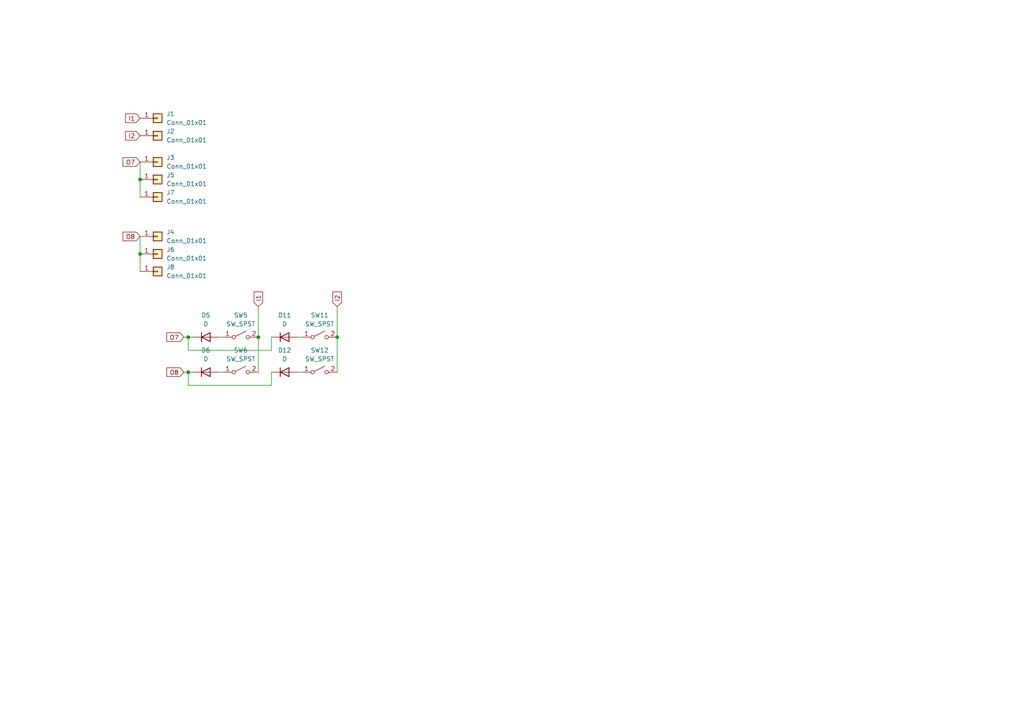
<source format=kicad_sch>
(kicad_sch
	(version 20250114)
	(generator "eeschema")
	(generator_version "9.0")
	(uuid "cc1c49af-ef8b-4c94-86ef-fbc5035f4c13")
	(paper "A4")
	(lib_symbols
		(symbol "Connector_Generic:Conn_01x01"
			(pin_names
				(offset 1.016)
				(hide yes)
			)
			(exclude_from_sim no)
			(in_bom yes)
			(on_board yes)
			(property "Reference" "J"
				(at 0 2.54 0)
				(effects
					(font
						(size 1.27 1.27)
					)
				)
			)
			(property "Value" "Conn_01x01"
				(at 0 -2.54 0)
				(effects
					(font
						(size 1.27 1.27)
					)
				)
			)
			(property "Footprint" ""
				(at 0 0 0)
				(effects
					(font
						(size 1.27 1.27)
					)
					(hide yes)
				)
			)
			(property "Datasheet" "~"
				(at 0 0 0)
				(effects
					(font
						(size 1.27 1.27)
					)
					(hide yes)
				)
			)
			(property "Description" "Generic connector, single row, 01x01, script generated (kicad-library-utils/schlib/autogen/connector/)"
				(at 0 0 0)
				(effects
					(font
						(size 1.27 1.27)
					)
					(hide yes)
				)
			)
			(property "ki_keywords" "connector"
				(at 0 0 0)
				(effects
					(font
						(size 1.27 1.27)
					)
					(hide yes)
				)
			)
			(property "ki_fp_filters" "Connector*:*_1x??_*"
				(at 0 0 0)
				(effects
					(font
						(size 1.27 1.27)
					)
					(hide yes)
				)
			)
			(symbol "Conn_01x01_1_1"
				(rectangle
					(start -1.27 1.27)
					(end 1.27 -1.27)
					(stroke
						(width 0.254)
						(type default)
					)
					(fill
						(type background)
					)
				)
				(rectangle
					(start -1.27 0.127)
					(end 0 -0.127)
					(stroke
						(width 0.1524)
						(type default)
					)
					(fill
						(type none)
					)
				)
				(pin passive line
					(at -5.08 0 0)
					(length 3.81)
					(name "Pin_1"
						(effects
							(font
								(size 1.27 1.27)
							)
						)
					)
					(number "1"
						(effects
							(font
								(size 1.27 1.27)
							)
						)
					)
				)
			)
			(embedded_fonts no)
		)
		(symbol "Device:D"
			(pin_numbers
				(hide yes)
			)
			(pin_names
				(offset 1.016)
				(hide yes)
			)
			(exclude_from_sim no)
			(in_bom yes)
			(on_board yes)
			(property "Reference" "D"
				(at 0 2.54 0)
				(effects
					(font
						(size 1.27 1.27)
					)
				)
			)
			(property "Value" "D"
				(at 0 -2.54 0)
				(effects
					(font
						(size 1.27 1.27)
					)
				)
			)
			(property "Footprint" ""
				(at 0 0 0)
				(effects
					(font
						(size 1.27 1.27)
					)
					(hide yes)
				)
			)
			(property "Datasheet" "~"
				(at 0 0 0)
				(effects
					(font
						(size 1.27 1.27)
					)
					(hide yes)
				)
			)
			(property "Description" "Diode"
				(at 0 0 0)
				(effects
					(font
						(size 1.27 1.27)
					)
					(hide yes)
				)
			)
			(property "Sim.Device" "D"
				(at 0 0 0)
				(effects
					(font
						(size 1.27 1.27)
					)
					(hide yes)
				)
			)
			(property "Sim.Pins" "1=K 2=A"
				(at 0 0 0)
				(effects
					(font
						(size 1.27 1.27)
					)
					(hide yes)
				)
			)
			(property "ki_keywords" "diode"
				(at 0 0 0)
				(effects
					(font
						(size 1.27 1.27)
					)
					(hide yes)
				)
			)
			(property "ki_fp_filters" "TO-???* *_Diode_* *SingleDiode* D_*"
				(at 0 0 0)
				(effects
					(font
						(size 1.27 1.27)
					)
					(hide yes)
				)
			)
			(symbol "D_0_1"
				(polyline
					(pts
						(xy -1.27 1.27) (xy -1.27 -1.27)
					)
					(stroke
						(width 0.254)
						(type default)
					)
					(fill
						(type none)
					)
				)
				(polyline
					(pts
						(xy 1.27 1.27) (xy 1.27 -1.27) (xy -1.27 0) (xy 1.27 1.27)
					)
					(stroke
						(width 0.254)
						(type default)
					)
					(fill
						(type none)
					)
				)
				(polyline
					(pts
						(xy 1.27 0) (xy -1.27 0)
					)
					(stroke
						(width 0)
						(type default)
					)
					(fill
						(type none)
					)
				)
			)
			(symbol "D_1_1"
				(pin passive line
					(at -3.81 0 0)
					(length 2.54)
					(name "K"
						(effects
							(font
								(size 1.27 1.27)
							)
						)
					)
					(number "1"
						(effects
							(font
								(size 1.27 1.27)
							)
						)
					)
				)
				(pin passive line
					(at 3.81 0 180)
					(length 2.54)
					(name "A"
						(effects
							(font
								(size 1.27 1.27)
							)
						)
					)
					(number "2"
						(effects
							(font
								(size 1.27 1.27)
							)
						)
					)
				)
			)
			(embedded_fonts no)
		)
		(symbol "Switch:SW_SPST"
			(pin_names
				(offset 0)
				(hide yes)
			)
			(exclude_from_sim no)
			(in_bom yes)
			(on_board yes)
			(property "Reference" "SW"
				(at 0 3.175 0)
				(effects
					(font
						(size 1.27 1.27)
					)
				)
			)
			(property "Value" "SW_SPST"
				(at 0 -2.54 0)
				(effects
					(font
						(size 1.27 1.27)
					)
				)
			)
			(property "Footprint" ""
				(at 0 0 0)
				(effects
					(font
						(size 1.27 1.27)
					)
					(hide yes)
				)
			)
			(property "Datasheet" "~"
				(at 0 0 0)
				(effects
					(font
						(size 1.27 1.27)
					)
					(hide yes)
				)
			)
			(property "Description" "Single Pole Single Throw (SPST) switch"
				(at 0 0 0)
				(effects
					(font
						(size 1.27 1.27)
					)
					(hide yes)
				)
			)
			(property "ki_keywords" "switch lever"
				(at 0 0 0)
				(effects
					(font
						(size 1.27 1.27)
					)
					(hide yes)
				)
			)
			(symbol "SW_SPST_0_0"
				(circle
					(center -2.032 0)
					(radius 0.508)
					(stroke
						(width 0)
						(type default)
					)
					(fill
						(type none)
					)
				)
				(polyline
					(pts
						(xy -1.524 0.254) (xy 1.524 1.778)
					)
					(stroke
						(width 0)
						(type default)
					)
					(fill
						(type none)
					)
				)
				(circle
					(center 2.032 0)
					(radius 0.508)
					(stroke
						(width 0)
						(type default)
					)
					(fill
						(type none)
					)
				)
			)
			(symbol "SW_SPST_1_1"
				(pin passive line
					(at -5.08 0 0)
					(length 2.54)
					(name "A"
						(effects
							(font
								(size 1.27 1.27)
							)
						)
					)
					(number "1"
						(effects
							(font
								(size 1.27 1.27)
							)
						)
					)
				)
				(pin passive line
					(at 5.08 0 180)
					(length 2.54)
					(name "B"
						(effects
							(font
								(size 1.27 1.27)
							)
						)
					)
					(number "2"
						(effects
							(font
								(size 1.27 1.27)
							)
						)
					)
				)
			)
			(embedded_fonts no)
		)
	)
	(junction
		(at 40.64 52.07)
		(diameter 0)
		(color 0 0 0 0)
		(uuid "268dd587-fa2d-4f57-a4b3-84c014f143ba")
	)
	(junction
		(at 74.93 97.79)
		(diameter 0)
		(color 0 0 0 0)
		(uuid "3d316190-e523-4e9f-998f-5f6449c3d69e")
	)
	(junction
		(at 40.64 73.66)
		(diameter 0)
		(color 0 0 0 0)
		(uuid "3fee0b0e-f4a2-445f-b800-0f829e824a2b")
	)
	(junction
		(at 97.79 97.79)
		(diameter 0)
		(color 0 0 0 0)
		(uuid "4f36f6bf-3fe6-4b3b-9841-57a67204ed2e")
	)
	(junction
		(at 54.61 97.79)
		(diameter 0)
		(color 0 0 0 0)
		(uuid "b22924fc-7b57-4ad3-9bb4-001889e0b8eb")
	)
	(junction
		(at 54.61 107.95)
		(diameter 0)
		(color 0 0 0 0)
		(uuid "dceb5efa-7b81-4e87-9b36-397b71533eff")
	)
	(wire
		(pts
			(xy 54.61 107.95) (xy 55.88 107.95)
		)
		(stroke
			(width 0)
			(type default)
		)
		(uuid "007537e1-b598-47e3-b7eb-d0aab489ef7d")
	)
	(wire
		(pts
			(xy 78.74 97.79) (xy 78.74 101.6)
		)
		(stroke
			(width 0)
			(type default)
		)
		(uuid "046c2f8d-f024-40da-9df4-889863a08a0c")
	)
	(wire
		(pts
			(xy 97.79 97.79) (xy 97.79 107.95)
		)
		(stroke
			(width 0)
			(type default)
		)
		(uuid "06cfca4a-43e6-4344-bf24-74d52d0f279d")
	)
	(wire
		(pts
			(xy 97.79 88.9) (xy 97.79 97.79)
		)
		(stroke
			(width 0)
			(type default)
		)
		(uuid "072b403e-ba26-40b8-b2e5-cdaeddb382ec")
	)
	(wire
		(pts
			(xy 63.5 97.79) (xy 64.77 97.79)
		)
		(stroke
			(width 0)
			(type default)
		)
		(uuid "07ce4f23-70ac-46ce-96bc-b0d761df4014")
	)
	(wire
		(pts
			(xy 74.93 88.9) (xy 74.93 97.79)
		)
		(stroke
			(width 0)
			(type default)
		)
		(uuid "25d4a401-ef49-4ad4-a065-f6721a288315")
	)
	(wire
		(pts
			(xy 78.74 107.95) (xy 78.74 111.76)
		)
		(stroke
			(width 0)
			(type default)
		)
		(uuid "38d28a47-7f96-424a-aada-d72dacc6bba6")
	)
	(wire
		(pts
			(xy 74.93 97.79) (xy 74.93 107.95)
		)
		(stroke
			(width 0)
			(type default)
		)
		(uuid "3c93462b-70f4-438d-ac21-01db49c4563a")
	)
	(wire
		(pts
			(xy 54.61 101.6) (xy 54.61 97.79)
		)
		(stroke
			(width 0)
			(type default)
		)
		(uuid "69a047d3-a916-4065-956b-6eec843237e4")
	)
	(wire
		(pts
			(xy 54.61 111.76) (xy 54.61 107.95)
		)
		(stroke
			(width 0)
			(type default)
		)
		(uuid "6bc105f8-238b-440f-aef1-75cfb2cbefd3")
	)
	(wire
		(pts
			(xy 54.61 97.79) (xy 55.88 97.79)
		)
		(stroke
			(width 0)
			(type default)
		)
		(uuid "7270a43d-cdd7-4635-8f9f-e4ccb65247b0")
	)
	(wire
		(pts
			(xy 78.74 111.76) (xy 54.61 111.76)
		)
		(stroke
			(width 0)
			(type default)
		)
		(uuid "77738f4e-0ca2-4f87-b0be-f98f2f298ceb")
	)
	(wire
		(pts
			(xy 40.64 68.58) (xy 40.64 73.66)
		)
		(stroke
			(width 0)
			(type default)
		)
		(uuid "9344e343-e5c7-44ee-b433-560f2664c35d")
	)
	(wire
		(pts
			(xy 40.64 52.07) (xy 40.64 57.15)
		)
		(stroke
			(width 0)
			(type default)
		)
		(uuid "a54317c1-6d05-48fb-bf97-b215e4a6fbc8")
	)
	(wire
		(pts
			(xy 40.64 73.66) (xy 40.64 78.74)
		)
		(stroke
			(width 0)
			(type default)
		)
		(uuid "a82eb8b5-1533-4eca-b273-a265d71b265e")
	)
	(wire
		(pts
			(xy 40.64 46.99) (xy 40.64 52.07)
		)
		(stroke
			(width 0)
			(type default)
		)
		(uuid "bf5a7e07-b3c6-4c89-902f-9b6b351aad57")
	)
	(wire
		(pts
			(xy 53.34 97.79) (xy 54.61 97.79)
		)
		(stroke
			(width 0)
			(type default)
		)
		(uuid "c257ccaa-b541-40d4-82a2-a192cb1ea875")
	)
	(wire
		(pts
			(xy 53.34 107.95) (xy 54.61 107.95)
		)
		(stroke
			(width 0)
			(type default)
		)
		(uuid "cb80086d-7a49-4ccc-a907-d9c8cd4e49ca")
	)
	(wire
		(pts
			(xy 86.36 97.79) (xy 87.63 97.79)
		)
		(stroke
			(width 0)
			(type default)
		)
		(uuid "cedd4601-727c-4e7f-acdc-68e557c52469")
	)
	(wire
		(pts
			(xy 78.74 101.6) (xy 54.61 101.6)
		)
		(stroke
			(width 0)
			(type default)
		)
		(uuid "d0ed4f76-d762-48d9-96b6-25036f01f613")
	)
	(wire
		(pts
			(xy 86.36 107.95) (xy 87.63 107.95)
		)
		(stroke
			(width 0)
			(type default)
		)
		(uuid "d5fc14af-0696-4eda-b45f-550ca1b62759")
	)
	(wire
		(pts
			(xy 63.5 107.95) (xy 64.77 107.95)
		)
		(stroke
			(width 0)
			(type default)
		)
		(uuid "ff627852-09ac-461b-9200-dcfa06a57d47")
	)
	(global_label "O7"
		(shape input)
		(at 53.34 97.79 180)
		(fields_autoplaced yes)
		(effects
			(font
				(size 1.27 1.27)
			)
			(justify right)
		)
		(uuid "21f59278-9f9b-4c54-843d-f12a92620702")
		(property "Intersheetrefs" "${INTERSHEET_REFS}"
			(at 47.8148 97.79 0)
			(effects
				(font
					(size 1.27 1.27)
				)
				(justify right)
				(hide yes)
			)
		)
	)
	(global_label "O7"
		(shape input)
		(at 40.64 46.99 180)
		(fields_autoplaced yes)
		(effects
			(font
				(size 1.27 1.27)
			)
			(justify right)
		)
		(uuid "87ac1353-8206-4792-9e30-d54dc33b67da")
		(property "Intersheetrefs" "${INTERSHEET_REFS}"
			(at 35.1148 46.99 0)
			(effects
				(font
					(size 1.27 1.27)
				)
				(justify right)
				(hide yes)
			)
		)
	)
	(global_label "I2"
		(shape input)
		(at 40.64 39.37 180)
		(fields_autoplaced yes)
		(effects
			(font
				(size 1.27 1.27)
			)
			(justify right)
		)
		(uuid "89cc2e61-37db-48ef-bcf3-9e2bf74ca95b")
		(property "Intersheetrefs" "${INTERSHEET_REFS}"
			(at 35.8405 39.37 0)
			(effects
				(font
					(size 1.27 1.27)
				)
				(justify right)
				(hide yes)
			)
		)
	)
	(global_label "O8"
		(shape input)
		(at 53.34 107.95 180)
		(fields_autoplaced yes)
		(effects
			(font
				(size 1.27 1.27)
			)
			(justify right)
		)
		(uuid "af6c39e3-a0b7-42fd-bb99-f3e9ecdb34fe")
		(property "Intersheetrefs" "${INTERSHEET_REFS}"
			(at 47.8148 107.95 0)
			(effects
				(font
					(size 1.27 1.27)
				)
				(justify right)
				(hide yes)
			)
		)
	)
	(global_label "O8"
		(shape input)
		(at 40.64 68.58 180)
		(fields_autoplaced yes)
		(effects
			(font
				(size 1.27 1.27)
			)
			(justify right)
		)
		(uuid "d19dab5a-c9ee-4911-a510-3312b38c2bf1")
		(property "Intersheetrefs" "${INTERSHEET_REFS}"
			(at 35.1148 68.58 0)
			(effects
				(font
					(size 1.27 1.27)
				)
				(justify right)
				(hide yes)
			)
		)
	)
	(global_label "I1"
		(shape input)
		(at 74.93 88.9 90)
		(fields_autoplaced yes)
		(effects
			(font
				(size 1.27 1.27)
			)
			(justify left)
		)
		(uuid "e9ec19c6-cf97-4d59-b008-2f6c93d014af")
		(property "Intersheetrefs" "${INTERSHEET_REFS}"
			(at 74.93 84.1005 90)
			(effects
				(font
					(size 1.27 1.27)
				)
				(justify left)
				(hide yes)
			)
		)
	)
	(global_label "I2"
		(shape input)
		(at 97.79 88.9 90)
		(fields_autoplaced yes)
		(effects
			(font
				(size 1.27 1.27)
			)
			(justify left)
		)
		(uuid "f6d78acd-8792-4e9a-814f-32af586e91ef")
		(property "Intersheetrefs" "${INTERSHEET_REFS}"
			(at 97.79 84.1005 90)
			(effects
				(font
					(size 1.27 1.27)
				)
				(justify left)
				(hide yes)
			)
		)
	)
	(global_label "I1"
		(shape input)
		(at 40.64 34.29 180)
		(fields_autoplaced yes)
		(effects
			(font
				(size 1.27 1.27)
			)
			(justify right)
		)
		(uuid "faca6773-3d4b-491c-824d-3b571f1331ee")
		(property "Intersheetrefs" "${INTERSHEET_REFS}"
			(at 35.8405 34.29 0)
			(effects
				(font
					(size 1.27 1.27)
				)
				(justify right)
				(hide yes)
			)
		)
	)
	(symbol
		(lib_id "Device:D")
		(at 82.55 107.95 0)
		(unit 1)
		(exclude_from_sim no)
		(in_bom yes)
		(on_board yes)
		(dnp no)
		(fields_autoplaced yes)
		(uuid "0e2a7c7e-3ac6-4253-9394-3f5998343208")
		(property "Reference" "D12"
			(at 82.55 101.6 0)
			(effects
				(font
					(size 1.27 1.27)
				)
			)
		)
		(property "Value" "D"
			(at 82.55 104.14 0)
			(effects
				(font
					(size 1.27 1.27)
				)
			)
		)
		(property "Footprint" "Diode_THT:D_DO-35_SOD27_P7.62mm_Horizontal"
			(at 82.55 107.95 0)
			(effects
				(font
					(size 1.27 1.27)
				)
				(hide yes)
			)
		)
		(property "Datasheet" "~"
			(at 82.55 107.95 0)
			(effects
				(font
					(size 1.27 1.27)
				)
				(hide yes)
			)
		)
		(property "Description" "Diode"
			(at 82.55 107.95 0)
			(effects
				(font
					(size 1.27 1.27)
				)
				(hide yes)
			)
		)
		(property "Sim.Device" "D"
			(at 82.55 107.95 0)
			(effects
				(font
					(size 1.27 1.27)
				)
				(hide yes)
			)
		)
		(property "Sim.Pins" "1=K 2=A"
			(at 82.55 107.95 0)
			(effects
				(font
					(size 1.27 1.27)
				)
				(hide yes)
			)
		)
		(pin "2"
			(uuid "9f8e76a0-51fc-45b1-bc89-0a7000e3d1bd")
		)
		(pin "1"
			(uuid "c53afd9b-47b0-4246-9e71-abf6f165a87e")
		)
		(instances
			(project "keys"
				(path "/cc1c49af-ef8b-4c94-86ef-fbc5035f4c13"
					(reference "D12")
					(unit 1)
				)
			)
		)
	)
	(symbol
		(lib_id "Device:D")
		(at 59.69 107.95 0)
		(unit 1)
		(exclude_from_sim no)
		(in_bom yes)
		(on_board yes)
		(dnp no)
		(fields_autoplaced yes)
		(uuid "1d68a7b2-83fb-4104-8a87-8329c24ddca3")
		(property "Reference" "D6"
			(at 59.69 101.6 0)
			(effects
				(font
					(size 1.27 1.27)
				)
			)
		)
		(property "Value" "D"
			(at 59.69 104.14 0)
			(effects
				(font
					(size 1.27 1.27)
				)
			)
		)
		(property "Footprint" "Diode_THT:D_DO-35_SOD27_P7.62mm_Horizontal"
			(at 59.69 107.95 0)
			(effects
				(font
					(size 1.27 1.27)
				)
				(hide yes)
			)
		)
		(property "Datasheet" "~"
			(at 59.69 107.95 0)
			(effects
				(font
					(size 1.27 1.27)
				)
				(hide yes)
			)
		)
		(property "Description" "Diode"
			(at 59.69 107.95 0)
			(effects
				(font
					(size 1.27 1.27)
				)
				(hide yes)
			)
		)
		(property "Sim.Device" "D"
			(at 59.69 107.95 0)
			(effects
				(font
					(size 1.27 1.27)
				)
				(hide yes)
			)
		)
		(property "Sim.Pins" "1=K 2=A"
			(at 59.69 107.95 0)
			(effects
				(font
					(size 1.27 1.27)
				)
				(hide yes)
			)
		)
		(pin "2"
			(uuid "b41d541d-0245-4023-8e84-3179c72de72b")
		)
		(pin "1"
			(uuid "baac4b5f-8434-49b2-b2ad-f9e693e1d294")
		)
		(instances
			(project "keys"
				(path "/cc1c49af-ef8b-4c94-86ef-fbc5035f4c13"
					(reference "D6")
					(unit 1)
				)
			)
		)
	)
	(symbol
		(lib_id "Connector_Generic:Conn_01x01")
		(at 45.72 52.07 0)
		(unit 1)
		(exclude_from_sim no)
		(in_bom yes)
		(on_board yes)
		(dnp no)
		(fields_autoplaced yes)
		(uuid "333cf5e6-b0b0-4e7a-b229-7a7cf31b68a5")
		(property "Reference" "J5"
			(at 48.26 50.7999 0)
			(effects
				(font
					(size 1.27 1.27)
				)
				(justify left)
			)
		)
		(property "Value" "Conn_01x01"
			(at 48.26 53.3399 0)
			(effects
				(font
					(size 1.27 1.27)
				)
				(justify left)
			)
		)
		(property "Footprint" "Connector_PinHeader_1.27mm:PinHeader_1x01_P1.27mm_Vertical"
			(at 45.72 52.07 0)
			(effects
				(font
					(size 1.27 1.27)
				)
				(hide yes)
			)
		)
		(property "Datasheet" "~"
			(at 45.72 52.07 0)
			(effects
				(font
					(size 1.27 1.27)
				)
				(hide yes)
			)
		)
		(property "Description" "Generic connector, single row, 01x01, script generated (kicad-library-utils/schlib/autogen/connector/)"
			(at 45.72 52.07 0)
			(effects
				(font
					(size 1.27 1.27)
				)
				(hide yes)
			)
		)
		(pin "1"
			(uuid "73c4370e-c023-41ed-ad91-eea717ba3435")
		)
		(instances
			(project "keys"
				(path "/cc1c49af-ef8b-4c94-86ef-fbc5035f4c13"
					(reference "J5")
					(unit 1)
				)
			)
		)
	)
	(symbol
		(lib_id "Switch:SW_SPST")
		(at 92.71 97.79 0)
		(unit 1)
		(exclude_from_sim no)
		(in_bom yes)
		(on_board yes)
		(dnp no)
		(fields_autoplaced yes)
		(uuid "48cb2a28-f964-4084-b5c5-7ac8488ef1d6")
		(property "Reference" "SW11"
			(at 92.71 91.44 0)
			(effects
				(font
					(size 1.27 1.27)
				)
			)
		)
		(property "Value" "SW_SPST"
			(at 92.71 93.98 0)
			(effects
				(font
					(size 1.27 1.27)
				)
			)
		)
		(property "Footprint" "Button_Switch_Keyboard:SW_Cherry_MX_1.00u_PCB"
			(at 92.71 97.79 0)
			(effects
				(font
					(size 1.27 1.27)
				)
				(hide yes)
			)
		)
		(property "Datasheet" "~"
			(at 92.71 97.79 0)
			(effects
				(font
					(size 1.27 1.27)
				)
				(hide yes)
			)
		)
		(property "Description" "Single Pole Single Throw (SPST) switch"
			(at 92.71 97.79 0)
			(effects
				(font
					(size 1.27 1.27)
				)
				(hide yes)
			)
		)
		(pin "1"
			(uuid "ddac3457-72d2-4dfc-9659-98d1e7707a88")
		)
		(pin "2"
			(uuid "b9ce7dc9-3432-4908-9132-3431761ee1f2")
		)
		(instances
			(project "keys"
				(path "/cc1c49af-ef8b-4c94-86ef-fbc5035f4c13"
					(reference "SW11")
					(unit 1)
				)
			)
		)
	)
	(symbol
		(lib_id "Switch:SW_SPST")
		(at 69.85 107.95 0)
		(unit 1)
		(exclude_from_sim no)
		(in_bom yes)
		(on_board yes)
		(dnp no)
		(fields_autoplaced yes)
		(uuid "6a1190d0-1bdd-45d4-9b6b-c0d9c85d5eee")
		(property "Reference" "SW6"
			(at 69.85 101.6 0)
			(effects
				(font
					(size 1.27 1.27)
				)
			)
		)
		(property "Value" "SW_SPST"
			(at 69.85 104.14 0)
			(effects
				(font
					(size 1.27 1.27)
				)
			)
		)
		(property "Footprint" "Button_Switch_Keyboard:SW_Cherry_MX_1.00u_PCB"
			(at 69.85 107.95 0)
			(effects
				(font
					(size 1.27 1.27)
				)
				(hide yes)
			)
		)
		(property "Datasheet" "~"
			(at 69.85 107.95 0)
			(effects
				(font
					(size 1.27 1.27)
				)
				(hide yes)
			)
		)
		(property "Description" "Single Pole Single Throw (SPST) switch"
			(at 69.85 107.95 0)
			(effects
				(font
					(size 1.27 1.27)
				)
				(hide yes)
			)
		)
		(pin "1"
			(uuid "5f1ae7dd-45a3-4db8-9eab-5ff701a8df89")
		)
		(pin "2"
			(uuid "06b26cd6-490a-4ba9-9d7b-431496915456")
		)
		(instances
			(project "keys"
				(path "/cc1c49af-ef8b-4c94-86ef-fbc5035f4c13"
					(reference "SW6")
					(unit 1)
				)
			)
		)
	)
	(symbol
		(lib_id "Switch:SW_SPST")
		(at 92.71 107.95 0)
		(unit 1)
		(exclude_from_sim no)
		(in_bom yes)
		(on_board yes)
		(dnp no)
		(fields_autoplaced yes)
		(uuid "83ab4a13-fc26-4a3a-a9b4-e8b45f8fc93d")
		(property "Reference" "SW12"
			(at 92.71 101.6 0)
			(effects
				(font
					(size 1.27 1.27)
				)
			)
		)
		(property "Value" "SW_SPST"
			(at 92.71 104.14 0)
			(effects
				(font
					(size 1.27 1.27)
				)
			)
		)
		(property "Footprint" "Button_Switch_Keyboard:SW_Cherry_MX_1.00u_PCB"
			(at 92.71 107.95 0)
			(effects
				(font
					(size 1.27 1.27)
				)
				(hide yes)
			)
		)
		(property "Datasheet" "~"
			(at 92.71 107.95 0)
			(effects
				(font
					(size 1.27 1.27)
				)
				(hide yes)
			)
		)
		(property "Description" "Single Pole Single Throw (SPST) switch"
			(at 92.71 107.95 0)
			(effects
				(font
					(size 1.27 1.27)
				)
				(hide yes)
			)
		)
		(pin "1"
			(uuid "30fd2c40-9dcd-4b30-a1fc-1b7a0a34c4ea")
		)
		(pin "2"
			(uuid "05679a7d-72e7-4b8f-848a-39409ec5a1cd")
		)
		(instances
			(project "keys"
				(path "/cc1c49af-ef8b-4c94-86ef-fbc5035f4c13"
					(reference "SW12")
					(unit 1)
				)
			)
		)
	)
	(symbol
		(lib_id "Connector_Generic:Conn_01x01")
		(at 45.72 78.74 0)
		(unit 1)
		(exclude_from_sim no)
		(in_bom yes)
		(on_board yes)
		(dnp no)
		(fields_autoplaced yes)
		(uuid "aa61806e-3f98-420c-b6f2-dbdaad9da613")
		(property "Reference" "J8"
			(at 48.26 77.4699 0)
			(effects
				(font
					(size 1.27 1.27)
				)
				(justify left)
			)
		)
		(property "Value" "Conn_01x01"
			(at 48.26 80.0099 0)
			(effects
				(font
					(size 1.27 1.27)
				)
				(justify left)
			)
		)
		(property "Footprint" "Connector_PinHeader_1.27mm:PinHeader_1x01_P1.27mm_Vertical"
			(at 45.72 78.74 0)
			(effects
				(font
					(size 1.27 1.27)
				)
				(hide yes)
			)
		)
		(property "Datasheet" "~"
			(at 45.72 78.74 0)
			(effects
				(font
					(size 1.27 1.27)
				)
				(hide yes)
			)
		)
		(property "Description" "Generic connector, single row, 01x01, script generated (kicad-library-utils/schlib/autogen/connector/)"
			(at 45.72 78.74 0)
			(effects
				(font
					(size 1.27 1.27)
				)
				(hide yes)
			)
		)
		(pin "1"
			(uuid "4a9a9313-4bd4-4b22-b553-c95935fa5673")
		)
		(instances
			(project "keys"
				(path "/cc1c49af-ef8b-4c94-86ef-fbc5035f4c13"
					(reference "J8")
					(unit 1)
				)
			)
		)
	)
	(symbol
		(lib_id "Connector_Generic:Conn_01x01")
		(at 45.72 46.99 0)
		(unit 1)
		(exclude_from_sim no)
		(in_bom yes)
		(on_board yes)
		(dnp no)
		(fields_autoplaced yes)
		(uuid "ad8e0a19-1d8c-4d34-bbef-ade27726d398")
		(property "Reference" "J3"
			(at 48.26 45.7199 0)
			(effects
				(font
					(size 1.27 1.27)
				)
				(justify left)
			)
		)
		(property "Value" "Conn_01x01"
			(at 48.26 48.2599 0)
			(effects
				(font
					(size 1.27 1.27)
				)
				(justify left)
			)
		)
		(property "Footprint" "Connector_PinHeader_1.27mm:PinHeader_1x01_P1.27mm_Vertical"
			(at 45.72 46.99 0)
			(effects
				(font
					(size 1.27 1.27)
				)
				(hide yes)
			)
		)
		(property "Datasheet" "~"
			(at 45.72 46.99 0)
			(effects
				(font
					(size 1.27 1.27)
				)
				(hide yes)
			)
		)
		(property "Description" "Generic connector, single row, 01x01, script generated (kicad-library-utils/schlib/autogen/connector/)"
			(at 45.72 46.99 0)
			(effects
				(font
					(size 1.27 1.27)
				)
				(hide yes)
			)
		)
		(pin "1"
			(uuid "31a031b2-133a-4fdd-bc7a-e830732d01a0")
		)
		(instances
			(project ""
				(path "/cc1c49af-ef8b-4c94-86ef-fbc5035f4c13"
					(reference "J3")
					(unit 1)
				)
			)
		)
	)
	(symbol
		(lib_id "Device:D")
		(at 59.69 97.79 0)
		(unit 1)
		(exclude_from_sim no)
		(in_bom yes)
		(on_board yes)
		(dnp no)
		(fields_autoplaced yes)
		(uuid "b277102a-4431-4454-8454-12f4e6cfecce")
		(property "Reference" "D5"
			(at 59.69 91.44 0)
			(effects
				(font
					(size 1.27 1.27)
				)
			)
		)
		(property "Value" "D"
			(at 59.69 93.98 0)
			(effects
				(font
					(size 1.27 1.27)
				)
			)
		)
		(property "Footprint" "Diode_THT:D_DO-35_SOD27_P7.62mm_Horizontal"
			(at 59.69 97.79 0)
			(effects
				(font
					(size 1.27 1.27)
				)
				(hide yes)
			)
		)
		(property "Datasheet" "~"
			(at 59.69 97.79 0)
			(effects
				(font
					(size 1.27 1.27)
				)
				(hide yes)
			)
		)
		(property "Description" "Diode"
			(at 59.69 97.79 0)
			(effects
				(font
					(size 1.27 1.27)
				)
				(hide yes)
			)
		)
		(property "Sim.Device" "D"
			(at 59.69 97.79 0)
			(effects
				(font
					(size 1.27 1.27)
				)
				(hide yes)
			)
		)
		(property "Sim.Pins" "1=K 2=A"
			(at 59.69 97.79 0)
			(effects
				(font
					(size 1.27 1.27)
				)
				(hide yes)
			)
		)
		(pin "2"
			(uuid "5a861b47-3ed7-4a96-93eb-cc9cbd744940")
		)
		(pin "1"
			(uuid "b7dfe9f2-1302-4c27-9c93-573b836e2d5a")
		)
		(instances
			(project "keys"
				(path "/cc1c49af-ef8b-4c94-86ef-fbc5035f4c13"
					(reference "D5")
					(unit 1)
				)
			)
		)
	)
	(symbol
		(lib_id "Connector_Generic:Conn_01x01")
		(at 45.72 68.58 0)
		(unit 1)
		(exclude_from_sim no)
		(in_bom yes)
		(on_board yes)
		(dnp no)
		(fields_autoplaced yes)
		(uuid "c5d510ae-86d2-48ef-8f78-67173b14e2ea")
		(property "Reference" "J4"
			(at 48.26 67.3099 0)
			(effects
				(font
					(size 1.27 1.27)
				)
				(justify left)
			)
		)
		(property "Value" "Conn_01x01"
			(at 48.26 69.8499 0)
			(effects
				(font
					(size 1.27 1.27)
				)
				(justify left)
			)
		)
		(property "Footprint" "Connector_PinHeader_1.27mm:PinHeader_1x01_P1.27mm_Vertical"
			(at 45.72 68.58 0)
			(effects
				(font
					(size 1.27 1.27)
				)
				(hide yes)
			)
		)
		(property "Datasheet" "~"
			(at 45.72 68.58 0)
			(effects
				(font
					(size 1.27 1.27)
				)
				(hide yes)
			)
		)
		(property "Description" "Generic connector, single row, 01x01, script generated (kicad-library-utils/schlib/autogen/connector/)"
			(at 45.72 68.58 0)
			(effects
				(font
					(size 1.27 1.27)
				)
				(hide yes)
			)
		)
		(pin "1"
			(uuid "7ceb3de6-9534-44ff-8b48-9bc684152d52")
		)
		(instances
			(project ""
				(path "/cc1c49af-ef8b-4c94-86ef-fbc5035f4c13"
					(reference "J4")
					(unit 1)
				)
			)
		)
	)
	(symbol
		(lib_id "Switch:SW_SPST")
		(at 69.85 97.79 0)
		(unit 1)
		(exclude_from_sim no)
		(in_bom yes)
		(on_board yes)
		(dnp no)
		(fields_autoplaced yes)
		(uuid "d100f563-36f0-4568-8e55-dc3e30b03533")
		(property "Reference" "SW5"
			(at 69.85 91.44 0)
			(effects
				(font
					(size 1.27 1.27)
				)
			)
		)
		(property "Value" "SW_SPST"
			(at 69.85 93.98 0)
			(effects
				(font
					(size 1.27 1.27)
				)
			)
		)
		(property "Footprint" "Button_Switch_Keyboard:SW_Cherry_MX_1.00u_PCB"
			(at 69.85 97.79 0)
			(effects
				(font
					(size 1.27 1.27)
				)
				(hide yes)
			)
		)
		(property "Datasheet" "~"
			(at 69.85 97.79 0)
			(effects
				(font
					(size 1.27 1.27)
				)
				(hide yes)
			)
		)
		(property "Description" "Single Pole Single Throw (SPST) switch"
			(at 69.85 97.79 0)
			(effects
				(font
					(size 1.27 1.27)
				)
				(hide yes)
			)
		)
		(pin "1"
			(uuid "f07c14f8-ea7c-408b-befd-879df0e1137c")
		)
		(pin "2"
			(uuid "df96498c-23b4-427b-a374-185397825aef")
		)
		(instances
			(project "keys"
				(path "/cc1c49af-ef8b-4c94-86ef-fbc5035f4c13"
					(reference "SW5")
					(unit 1)
				)
			)
		)
	)
	(symbol
		(lib_id "Connector_Generic:Conn_01x01")
		(at 45.72 34.29 0)
		(unit 1)
		(exclude_from_sim no)
		(in_bom yes)
		(on_board yes)
		(dnp no)
		(fields_autoplaced yes)
		(uuid "d7394c9e-7077-482d-b387-ac4813652c08")
		(property "Reference" "J1"
			(at 48.26 33.0199 0)
			(effects
				(font
					(size 1.27 1.27)
				)
				(justify left)
			)
		)
		(property "Value" "Conn_01x01"
			(at 48.26 35.5599 0)
			(effects
				(font
					(size 1.27 1.27)
				)
				(justify left)
			)
		)
		(property "Footprint" "Connector_PinHeader_1.27mm:PinHeader_1x01_P1.27mm_Vertical"
			(at 45.72 34.29 0)
			(effects
				(font
					(size 1.27 1.27)
				)
				(hide yes)
			)
		)
		(property "Datasheet" "~"
			(at 45.72 34.29 0)
			(effects
				(font
					(size 1.27 1.27)
				)
				(hide yes)
			)
		)
		(property "Description" "Generic connector, single row, 01x01, script generated (kicad-library-utils/schlib/autogen/connector/)"
			(at 45.72 34.29 0)
			(effects
				(font
					(size 1.27 1.27)
				)
				(hide yes)
			)
		)
		(pin "1"
			(uuid "c8b34ed2-e920-4a20-b9e2-1444601d9f03")
		)
		(instances
			(project ""
				(path "/cc1c49af-ef8b-4c94-86ef-fbc5035f4c13"
					(reference "J1")
					(unit 1)
				)
			)
		)
	)
	(symbol
		(lib_id "Connector_Generic:Conn_01x01")
		(at 45.72 73.66 0)
		(unit 1)
		(exclude_from_sim no)
		(in_bom yes)
		(on_board yes)
		(dnp no)
		(fields_autoplaced yes)
		(uuid "dc8ea726-2962-4e10-9cd0-e0c6f7a12389")
		(property "Reference" "J6"
			(at 48.26 72.3899 0)
			(effects
				(font
					(size 1.27 1.27)
				)
				(justify left)
			)
		)
		(property "Value" "Conn_01x01"
			(at 48.26 74.9299 0)
			(effects
				(font
					(size 1.27 1.27)
				)
				(justify left)
			)
		)
		(property "Footprint" "Connector_PinHeader_1.27mm:PinHeader_1x01_P1.27mm_Vertical"
			(at 45.72 73.66 0)
			(effects
				(font
					(size 1.27 1.27)
				)
				(hide yes)
			)
		)
		(property "Datasheet" "~"
			(at 45.72 73.66 0)
			(effects
				(font
					(size 1.27 1.27)
				)
				(hide yes)
			)
		)
		(property "Description" "Generic connector, single row, 01x01, script generated (kicad-library-utils/schlib/autogen/connector/)"
			(at 45.72 73.66 0)
			(effects
				(font
					(size 1.27 1.27)
				)
				(hide yes)
			)
		)
		(pin "1"
			(uuid "bdad937b-3341-47c2-a575-55234f70fa60")
		)
		(instances
			(project "keys"
				(path "/cc1c49af-ef8b-4c94-86ef-fbc5035f4c13"
					(reference "J6")
					(unit 1)
				)
			)
		)
	)
	(symbol
		(lib_id "Connector_Generic:Conn_01x01")
		(at 45.72 57.15 0)
		(unit 1)
		(exclude_from_sim no)
		(in_bom yes)
		(on_board yes)
		(dnp no)
		(fields_autoplaced yes)
		(uuid "dd68ff92-1822-43f5-b9e5-59ed161f2dcd")
		(property "Reference" "J7"
			(at 48.26 55.8799 0)
			(effects
				(font
					(size 1.27 1.27)
				)
				(justify left)
			)
		)
		(property "Value" "Conn_01x01"
			(at 48.26 58.4199 0)
			(effects
				(font
					(size 1.27 1.27)
				)
				(justify left)
			)
		)
		(property "Footprint" "Connector_PinHeader_1.27mm:PinHeader_1x01_P1.27mm_Vertical"
			(at 45.72 57.15 0)
			(effects
				(font
					(size 1.27 1.27)
				)
				(hide yes)
			)
		)
		(property "Datasheet" "~"
			(at 45.72 57.15 0)
			(effects
				(font
					(size 1.27 1.27)
				)
				(hide yes)
			)
		)
		(property "Description" "Generic connector, single row, 01x01, script generated (kicad-library-utils/schlib/autogen/connector/)"
			(at 45.72 57.15 0)
			(effects
				(font
					(size 1.27 1.27)
				)
				(hide yes)
			)
		)
		(pin "1"
			(uuid "71b99650-ecd3-43e0-a9c3-7853c29f16b8")
		)
		(instances
			(project "keys"
				(path "/cc1c49af-ef8b-4c94-86ef-fbc5035f4c13"
					(reference "J7")
					(unit 1)
				)
			)
		)
	)
	(symbol
		(lib_id "Device:D")
		(at 82.55 97.79 0)
		(unit 1)
		(exclude_from_sim no)
		(in_bom yes)
		(on_board yes)
		(dnp no)
		(fields_autoplaced yes)
		(uuid "e0b4d934-97f6-4656-931e-98ab578f3654")
		(property "Reference" "D11"
			(at 82.55 91.44 0)
			(effects
				(font
					(size 1.27 1.27)
				)
			)
		)
		(property "Value" "D"
			(at 82.55 93.98 0)
			(effects
				(font
					(size 1.27 1.27)
				)
			)
		)
		(property "Footprint" "Diode_THT:D_DO-35_SOD27_P7.62mm_Horizontal"
			(at 82.55 97.79 0)
			(effects
				(font
					(size 1.27 1.27)
				)
				(hide yes)
			)
		)
		(property "Datasheet" "~"
			(at 82.55 97.79 0)
			(effects
				(font
					(size 1.27 1.27)
				)
				(hide yes)
			)
		)
		(property "Description" "Diode"
			(at 82.55 97.79 0)
			(effects
				(font
					(size 1.27 1.27)
				)
				(hide yes)
			)
		)
		(property "Sim.Device" "D"
			(at 82.55 97.79 0)
			(effects
				(font
					(size 1.27 1.27)
				)
				(hide yes)
			)
		)
		(property "Sim.Pins" "1=K 2=A"
			(at 82.55 97.79 0)
			(effects
				(font
					(size 1.27 1.27)
				)
				(hide yes)
			)
		)
		(pin "2"
			(uuid "f4910ad8-a02b-4d04-8c65-c46509023e69")
		)
		(pin "1"
			(uuid "1731f47d-25eb-4b86-9eb1-fac08ced5906")
		)
		(instances
			(project "keys"
				(path "/cc1c49af-ef8b-4c94-86ef-fbc5035f4c13"
					(reference "D11")
					(unit 1)
				)
			)
		)
	)
	(symbol
		(lib_id "Connector_Generic:Conn_01x01")
		(at 45.72 39.37 0)
		(unit 1)
		(exclude_from_sim no)
		(in_bom yes)
		(on_board yes)
		(dnp no)
		(fields_autoplaced yes)
		(uuid "f6aba005-98b7-41bd-8429-a181bc77bcc3")
		(property "Reference" "J2"
			(at 48.26 38.0999 0)
			(effects
				(font
					(size 1.27 1.27)
				)
				(justify left)
			)
		)
		(property "Value" "Conn_01x01"
			(at 48.26 40.6399 0)
			(effects
				(font
					(size 1.27 1.27)
				)
				(justify left)
			)
		)
		(property "Footprint" "Connector_PinHeader_1.27mm:PinHeader_1x01_P1.27mm_Vertical"
			(at 45.72 39.37 0)
			(effects
				(font
					(size 1.27 1.27)
				)
				(hide yes)
			)
		)
		(property "Datasheet" "~"
			(at 45.72 39.37 0)
			(effects
				(font
					(size 1.27 1.27)
				)
				(hide yes)
			)
		)
		(property "Description" "Generic connector, single row, 01x01, script generated (kicad-library-utils/schlib/autogen/connector/)"
			(at 45.72 39.37 0)
			(effects
				(font
					(size 1.27 1.27)
				)
				(hide yes)
			)
		)
		(pin "1"
			(uuid "3f7a9b52-495d-406a-809d-b1cc01d0de4f")
		)
		(instances
			(project ""
				(path "/cc1c49af-ef8b-4c94-86ef-fbc5035f4c13"
					(reference "J2")
					(unit 1)
				)
			)
		)
	)
	(sheet_instances
		(path "/"
			(page "1")
		)
	)
	(embedded_fonts no)
)

</source>
